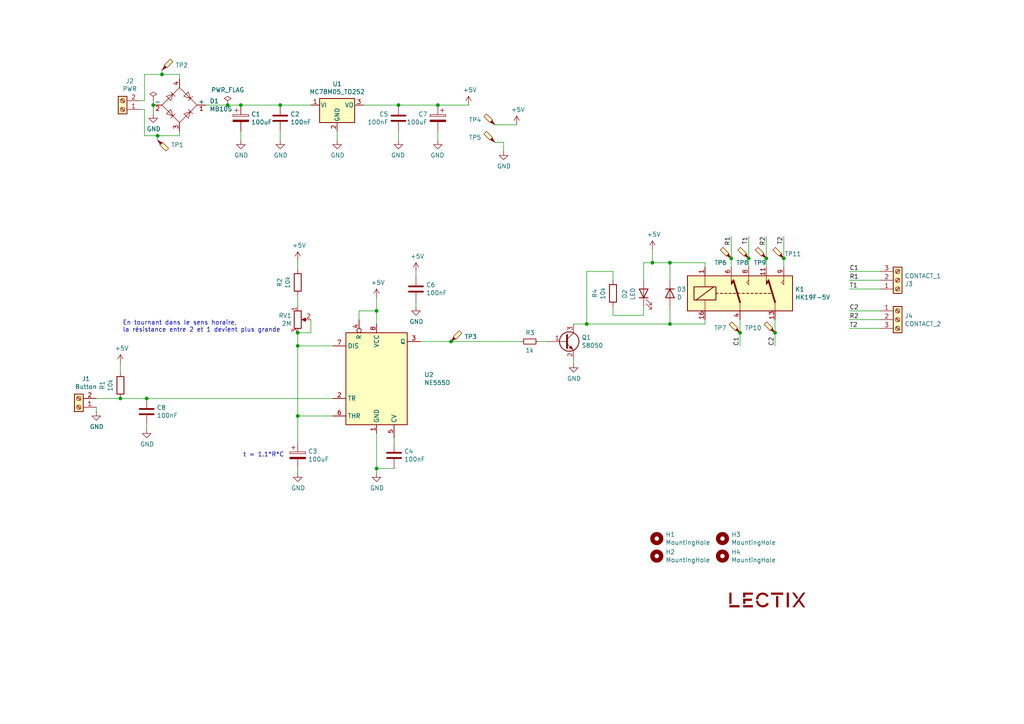
<source format=kicad_sch>
(kicad_sch (version 20211123) (generator eeschema)
  (paper "A4")
  (title_block (title "LEC011001-Relais-Temporise-3min30") (date "2023-03-26") (rev "1.0") (company "LECTIX") (comment 1 "CERN-OHL-S-2.0 license"))
  (lib_symbols
    (symbol "0_connectors:Screw_Terminal_01x02_blue" (pin_names (offset 1.016) hide)
      (property "Reference" "J" (at 0 2.54 0))
      (property "Value" "0_connectors_Screw_Terminal_01x02_blue" (at 0 -5.08 0))
      (symbol "Screw_Terminal_01x02_blue_1_1"
        (rectangle (start -1.27 1.27) (end 1.27 -3.81) (stroke (width 0.254)) (fill (type background)))
        (circle (center 0 -2.54) (radius 0.635) (stroke (width 0.1524)))
        (polyline (pts (xy -0.5334 -2.2098) (xy 0.3302 -3.048)) (stroke (width 0.1524)))
        (polyline (pts (xy -0.5334 0.3302) (xy 0.3302 -0.508)) (stroke (width 0.1524)))
        (polyline (pts (xy -0.3556 -2.032) (xy 0.508 -2.8702)) (stroke (width 0.1524)))
        (polyline (pts (xy -0.3556 0.508) (xy 0.508 -0.3302)) (stroke (width 0.1524)))
        (circle (center 0 0) (radius 0.635) (stroke (width 0.1524)))
        (pin passive line (at -5.08 0 0) (length 3.81) (name "Pin_1") (number "1"))
        (pin passive line (at -5.08 -2.54 0) (length 3.81) (name "Pin_2") (number "2"))
      )
    )
    (symbol "0_connectors:Screw_Terminal_01x02_green" (pin_names (offset 1.016) hide)
      (property "Reference" "J" (at 0 2.54 0))
      (property "Value" "0_connectors_Screw_Terminal_01x02_green" (at 0 -5.08 0))
      (symbol "Screw_Terminal_01x02_green_1_1"
        (rectangle (start -1.27 1.27) (end 1.27 -3.81) (stroke (width 0.254)) (fill (type background)))
        (circle (center 0 -2.54) (radius 0.635) (stroke (width 0.1524)))
        (polyline (pts (xy -0.5334 -2.2098) (xy 0.3302 -3.048)) (stroke (width 0.1524)))
        (polyline (pts (xy -0.5334 0.3302) (xy 0.3302 -0.508)) (stroke (width 0.1524)))
        (polyline (pts (xy -0.3556 -2.032) (xy 0.508 -2.8702)) (stroke (width 0.1524)))
        (polyline (pts (xy -0.3556 0.508) (xy 0.508 -0.3302)) (stroke (width 0.1524)))
        (circle (center 0 0) (radius 0.635) (stroke (width 0.1524)))
        (pin passive line (at -5.08 0 0) (length 3.81) (name "Pin_1") (number "1"))
        (pin passive line (at -5.08 -2.54 0) (length 3.81) (name "Pin_2") (number "2"))
      )
    )
    (symbol "0_connectors:Screw_Terminal_01x03_blue" (pin_names (offset 1.016) hide)
      (property "Reference" "J" (at 0 5.08 0))
      (property "Value" "0_connectors_Screw_Terminal_01x03_blue" (at 0 -5.08 0))
      (symbol "Screw_Terminal_01x03_blue_1_1"
        (rectangle (start -1.27 3.81) (end 1.27 -3.81) (stroke (width 0.254)) (fill (type background)))
        (circle (center 0 -2.54) (radius 0.635) (stroke (width 0.1524)))
        (polyline (pts (xy -0.5334 -2.2098) (xy 0.3302 -3.048)) (stroke (width 0.1524)))
        (polyline (pts (xy -0.5334 0.3302) (xy 0.3302 -0.508)) (stroke (width 0.1524)))
        (polyline (pts (xy -0.5334 2.8702) (xy 0.3302 2.032)) (stroke (width 0.1524)))
        (polyline (pts (xy -0.3556 -2.032) (xy 0.508 -2.8702)) (stroke (width 0.1524)))
        (polyline (pts (xy -0.3556 0.508) (xy 0.508 -0.3302)) (stroke (width 0.1524)))
        (polyline (pts (xy -0.3556 3.048) (xy 0.508 2.2098)) (stroke (width 0.1524)))
        (circle (center 0 0) (radius 0.635) (stroke (width 0.1524)))
        (circle (center 0 2.54) (radius 0.635) (stroke (width 0.1524)))
        (pin passive line (at -5.08 2.54 0) (length 3.81) (name "Pin_1") (number "1"))
        (pin passive line (at -5.08 0 0) (length 3.81) (name "Pin_2") (number "2"))
        (pin passive line (at -5.08 -2.54 0) (length 3.81) (name "Pin_3") (number "3"))
      )
    )
    (symbol "0_diode_bridge:MB10S" (pin_names (offset 0))
      (property "Reference" "D" (at 2.54 6.985 0))
      (property "Value" "0_diode_bridge_MB10S" (at 2.54 5.08 0))
      (property "LCSC" "C2488" (at 0 0 0))
      (property "Mfr" "MDD" (at 0 0 0))
      (property "MPN" "MB10S" (at 0 0 0))
      (property "Supplier" "LCSC" (at 0 0 0))
      (symbol "MB10S_0_1"
        (polyline (pts (xy -2.54 3.81) (xy -1.27 2.54)))
        (polyline (pts (xy -1.27 -2.54) (xy -2.54 -3.81)))
        (polyline (pts (xy 2.54 -1.27) (xy 3.81 -2.54)))
        (polyline (pts (xy 2.54 1.27) (xy 3.81 2.54)))
        (polyline (pts (xy -3.81 2.54) (xy -2.54 1.27) (xy -1.905 3.175) (xy -3.81 2.54)))
        (polyline (pts (xy -2.54 -1.27) (xy -3.81 -2.54) (xy -1.905 -3.175) (xy -2.54 -1.27)))
        (polyline (pts (xy 1.27 2.54) (xy 2.54 3.81) (xy 3.175 1.905) (xy 1.27 2.54)))
        (polyline (pts (xy 3.175 -1.905) (xy 1.27 -2.54) (xy 2.54 -3.81) (xy 3.175 -1.905)))
        (polyline (pts (xy -5.08 0) (xy 0 -5.08) (xy 5.08 0) (xy 0 5.08) (xy -5.08 0)))
      )
      (symbol "MB10S_1_1"
        (pin passive line (at 7.62 0 180) (length 2.54) (name "+") (number "1"))
        (pin passive line (at -7.62 0 0) (length 2.54) (name "-") (number "2"))
        (pin passive line (at 0 -7.62 90) (length 2.54) (name "~") (number "3"))
        (pin passive line (at 0 7.62 270) (length 2.54) (name "~") (number "4"))
      )
    )
    (symbol "0_ic:NE555D"
      (property "Reference" "U" (at -8.89 -15.24 0))
      (property "Value" "0_ic_NE555D" (at -3.81 0 0))
      (symbol "NE555D_0_0"
        (pin power_in line (at 0 -16.51 90) (length 2.54) (name "GND") (number "1"))
        (pin power_in line (at 0 15.24 270) (length 2.54) (name "VCC") (number "8"))
      )
      (symbol "NE555D_0_1"
        (rectangle (start -8.89 -13.97) (end 8.89 12.7) (stroke (width 0.254)) (fill (type background)))
      )
      (symbol "NE555D_1_1"
        (pin input line (at -12.7 -6.35 0) (length 3.81) (name "TR") (number "2"))
        (pin output line (at 12.7 10.16 180) (length 3.81) (name "Q") (number "3"))
        (pin input inverted (at -5.08 16.51 270) (length 3.81) (name "R") (number "4"))
        (pin input line (at 5.08 -17.78 90) (length 3.81) (name "CV") (number "5"))
        (pin input line (at -12.7 -11.43 0) (length 3.81) (name "THR") (number "6"))
        (pin input line (at -12.7 8.89 0) (length 3.81) (name "DIS") (number "7"))
      )
    )
    (symbol "0_logos:logo_lectix_25mm" (pin_names (offset 1.016))
      (symbol "logo_lectix_25mm_0_0"
        (polyline (pts (xy -10.1092 2.0574) (xy -10.668 2.0574) (xy -10.668 -1.1176) (xy -10.1092 -1.1176) (xy -10.1092 2.0574)) (stroke (width 0.0254)) (fill (type outline)))
        (polyline (pts (xy -7.7978 -1.5748) (xy -10.668 -1.5748) (xy -10.668 -2.1336) (xy -7.7978 -2.1336) (xy -7.7978 -1.5748)) (stroke (width 0.0254)) (fill (type outline)))
        (polyline (pts (xy -3.937 -1.5748) (xy -6.6548 -1.5748) (xy -6.6548 -2.1336) (xy -3.937 -2.1336) (xy -3.937 -1.5748)) (stroke (width 0.0254)) (fill (type outline)))
        (polyline (pts (xy 3.429 1.0922) (xy 2.8702 1.0922) (xy 2.8702 -2.1082) (xy 3.429 -2.1082) (xy 3.429 1.0922)) (stroke (width 0.0254)) (fill (type outline)))
        (polyline (pts (xy 4.8768 2.0828) (xy 1.4478 2.0828) (xy 1.4478 1.524) (xy 4.8768 1.524) (xy 4.8768 2.0828)) (stroke (width 0.0254)) (fill (type outline)))
        (polyline (pts (xy 6.5278 2.0828) (xy 5.9944 2.0828) (xy 5.9944 -2.1082) (xy 6.5278 -2.1082) (xy 6.5278 2.0828)) (stroke (width 0.0254)) (fill (type outline)))
        (polyline (pts (xy -6.1214 -0.254) (xy -4.2164 -0.254) (xy -4.2164 0.3048) (xy -6.6548 0.3048) (xy -6.6548 -1.1176) (xy -6.1214 -1.1176) (xy -6.1214 -0.254)) (stroke (width 0.0254)) (fill (type outline)))
        (polyline (pts (xy -6.1214 1.5494) (xy -3.937 1.5494) (xy -3.937 2.0828) (xy -6.6802 2.0828) (xy -6.6802 0.762) (xy -6.1214 0.762) (xy -6.1214 1.5494)) (stroke (width 0.0254)) (fill (type outline)))
        (polyline (pts (xy 8.9916 0.381) (xy 9.017 0.4318) (xy 9.0424 0.4572) (xy 9.0678 0.508) (xy 9.0932 0.5334) (xy 9.1186 0.5842) (xy 9.144 0.6096) (xy 9.144 0.635) (xy 9.1694 0.635) (xy 9.1694 0.6604) (xy 9.1186 0.7112) (xy 9.0678 0.8128) (xy 9.017 0.8636) (xy 8.9916 0.9144) (xy 8.9408 0.9906) (xy 8.89 1.0414) (xy 8.8392 1.1176) (xy 8.763 1.1938) (xy 8.7122 1.2954) (xy 8.6614 1.3716) (xy 8.128 2.0828) (xy 7.5692 2.0828) (xy 7.5692 2.0574) (xy 7.5946 2.0574) (xy 7.5946 2.032) (xy 7.6454 1.9812) (xy 7.6708 1.9304) (xy 7.7216 1.8796) (xy 7.747 1.8034) (xy 7.7978 1.7526) (xy 7.8994 1.6002) (xy 7.9756 1.524) (xy 8.0264 1.4478) (xy 8.1026 1.3462) (xy 8.1534 1.2446) (xy 8.2296 1.1684) (xy 8.255 1.1176) (xy 8.3312 1.0414) (xy 8.382 0.9398) (xy 8.4582 0.8636) (xy 8.509 0.762) (xy 8.5598 0.6858) (xy 8.6868 0.5588) (xy 8.7122 0.4826) (xy 8.763 0.4318) (xy 8.7884 0.381) (xy 8.8392 0.3556) (xy 8.8646 0.3048) (xy 8.8646 0.2794) (xy 8.89 0.2794) (xy 8.9916 0.381)) (stroke (width 0.0254)) (fill (type outline)))
        (polyline (pts (xy -2.3622 0.2794) (xy -2.3368 0.381) (xy -2.3368 0.508) (xy -2.3114 0.6096) (xy -2.286 0.6858) (xy -2.2352 0.8128) (xy -2.1844 0.9144) (xy -2.032 1.1176) (xy -1.9304 1.1938) (xy -1.8542 1.2954) (xy -1.7526 1.3462) (xy -1.6256 1.4224) (xy -1.524 1.4732) (xy -1.397 1.524) (xy -1.27 1.5494) (xy -0.8636 1.5494) (xy -0.762 1.524) (xy -0.635 1.4986) (xy -0.5334 1.4478) (xy -0.4064 1.397) (xy -0.3048 1.3462) (xy -0.2032 1.27) (xy -0.0508 1.1176) (xy 0.0508 0.9652) (xy 0.1016 0.9144) (xy 0.1016 0.889) (xy 0.127 0.8636) (xy 0.1778 0.8636) (xy 0.2286 0.9144) (xy 0.2794 0.9398) (xy 0.3048 0.9652) (xy 0.4064 1.016) (xy 0.4318 1.0414) (xy 0.4826 1.0668) (xy 0.5334 1.1176) (xy 0.5588 1.1176) (xy 0.5842 1.143) (xy 0.5842 1.1684) (xy 0.5588 1.1938) (xy 0.5588 1.2192) (xy 0.5334 1.2192) (xy 0.4572 1.3462) (xy 0.3556 1.4478) (xy 0.254 1.5748) (xy 0.1524 1.6764) (xy -0.2286 1.905) (xy -0.5334 2.0066) (xy -0.6604 2.0574) (xy -0.8128 2.0828) (xy -1.27 2.0828) (xy -1.3208 2.0574) (xy -1.4478 2.032) (xy -1.6002 2.0066) (xy -1.7272 1.9558) (xy -1.8034 1.9304) (xy -1.9558 1.8542) (xy -2.0828 1.778) (xy -2.1844 1.7018) (xy -2.3114 1.6002) (xy -2.413 1.4986) (xy -2.5146 1.3716) (xy -2.5908 1.27) (xy -2.7432 1.016) (xy -2.794 0.8636) (xy -2.8448 0.7366) (xy -2.8702 0.5842) (xy -2.8956 0.4572) (xy -2.8956 0.3048) (xy -2.921 0.1778) (xy -2.3622 0.1778) (xy -2.3622 0.2794)) (stroke (width 0.0254)) (fill (type outline)))
        (polyline (pts (xy -0.8636 -2.1082) (xy -0.6604 -2.1082) (xy -0.6096 -2.0828) (xy -0.4826 -2.0574) (xy -0.1778 -1.9558) (xy 0.0762 -1.8034) (xy 0.2032 -1.7018) (xy 0.3048 -1.6002) (xy 0.4318 -1.4986) (xy 0.5334 -1.3716) (xy 0.6096 -1.2446) (xy 0.635 -1.1938) (xy 0.6858 -1.143) (xy 0.6604 -1.1176) (xy 0.635 -1.1176) (xy 0.6096 -1.0922) (xy 0.5842 -1.0922) (xy 0.5588 -1.0668) (xy 0.3556 -0.9652) (xy 0.3302 -0.9398) (xy 0.2794 -0.9398) (xy 0.254 -0.9144) (xy 0.2032 -0.889) (xy 0.1778 -0.889) (xy 0.1778 -0.8636) (xy 0.1524 -0.889) (xy 0.1524 -0.9144) (xy 0.127 -0.9652) (xy -0.0254 -1.1684) (xy -0.3302 -1.397) (xy -0.4318 -1.4478) (xy -0.6858 -1.5494) (xy -0.7874 -1.5748) (xy -0.8382 -1.5748) (xy -0.9144 -1.6002) (xy -1.1684 -1.6002) (xy -1.27 -1.5748) (xy -1.397 -1.5494) (xy -1.651 -1.4478) (xy -1.7526 -1.3716) (xy -1.8542 -1.3208) (xy -1.8542 -1.2954) (xy -1.9558 -1.2192) (xy -2.0574 -1.1176) (xy -2.1336 -1.016) (xy -2.1844 -0.9144) (xy -2.2606 -0.8128) (xy -2.286 -0.6858) (xy -2.3368 -0.5588) (xy -2.3622 -0.4572) (xy -2.3622 -0.254) (xy -2.921 -0.254) (xy -2.921 -0.4318) (xy -2.8956 -0.4572) (xy -2.8956 -0.6096) (xy -2.8448 -0.762) (xy -2.794 -0.889) (xy -2.7432 -1.0414) (xy -2.5908 -1.2954) (xy -2.3876 -1.5494) (xy -2.3368 -1.5748) (xy -2.286 -1.651) (xy -2.2098 -1.7018) (xy -2.159 -1.7526) (xy -2.0828 -1.8034) (xy -2.0574 -1.8034) (xy -1.8034 -1.9558) (xy -1.651 -2.0066) (xy -1.524 -2.0574) (xy -1.3716 -2.0828) (xy -1.2446 -2.1082) (xy -1.1938 -2.1082) (xy -1.1684 -2.1336) (xy -0.9144 -2.1336) (xy -0.8636 -2.1082)) (stroke (width 0.0254)) (fill (type outline)))
        (polyline (pts (xy 11.2014 -2.0574) (xy 11.1506 -2.0066) (xy 11.1252 -1.9558) (xy 11.0236 -1.8542) (xy 10.8204 -1.5494) (xy 10.7442 -1.4478) (xy 10.6934 -1.3716) (xy 10.4648 -1.0668) (xy 10.4394 -1.016) (xy 10.287 -0.8128) (xy 10.2362 -0.7366) (xy 10.16 -0.635) (xy 10.1092 -0.5588) (xy 10.033 -0.4826) (xy 9.8806 -0.254) (xy 9.8552 -0.2032) (xy 9.8044 -0.1524) (xy 9.779 -0.1016) (xy 9.7536 -0.0762) (xy 9.7536 -0.0508) (xy 9.7282 -0.0508) (xy 9.7282 -0.0254) (xy 9.779 0.0254) (xy 9.8044 0.0762) (xy 9.8298 0.1016) (xy 9.8806 0.1778) (xy 9.906 0.2286) (xy 9.9568 0.3048) (xy 10.033 0.381) (xy 10.1346 0.5334) (xy 10.2108 0.6096) (xy 10.2616 0.7112) (xy 10.4902 1.016) (xy 11.2522 2.0574) (xy 10.668 2.0574) (xy 10.668 2.032) (xy 10.6426 2.0066) (xy 10.5918 1.905) (xy 10.4902 1.8034) (xy 10.3886 1.651) (xy 10.3124 1.5748) (xy 10.2616 1.4732) (xy 10.033 1.1684) (xy 9.9314 1.0414) (xy 9.8552 0.9398) (xy 9.7536 0.8128) (xy 9.6774 0.6858) (xy 9.5758 0.5334) (xy 9.4742 0.4064) (xy 9.3726 0.254) (xy 9.271 0.127) (xy 9.1694 -0.0254) (xy 7.6454 -2.0828) (xy 8.2296 -2.0828) (xy 8.255 -2.0574) (xy 8.255 -2.032) (xy 8.3058 -1.9812) (xy 8.3312 -1.9304) (xy 8.382 -1.8796) (xy 8.4074 -1.8288) (xy 8.5598 -1.6002) (xy 8.636 -1.524) (xy 8.6868 -1.4478) (xy 8.763 -1.3462) (xy 8.8392 -1.27) (xy 8.89 -1.1938) (xy 8.9408 -1.0922) (xy 9.017 -1.016) (xy 9.2202 -0.7112) (xy 9.3218 -0.6096) (xy 9.3726 -0.508) (xy 9.4234 -0.4572) (xy 9.4234 -0.4318) (xy 9.4488 -0.4318) (xy 9.4488 -0.4572) (xy 9.525 -0.5334) (xy 9.5504 -0.5842) (xy 9.6012 -0.635) (xy 9.6266 -0.7112) (xy 9.6774 -0.762) (xy 9.779 -0.9144) (xy 9.8552 -0.9906) (xy 9.906 -1.0922) (xy 9.9822 -1.1684) (xy 10.033 -1.27) (xy 10.6426 -2.1082) (xy 11.2014 -2.1082) (xy 11.2014 -2.0574)) (stroke (width 0.0254)) (fill (type outline)))
      )
    )
    (symbol "0_potentiometer:pot_tht_precision_2M" (pin_names (offset 1.016) hide)
      (property "Reference" "RV" (at -4.445 0 90))
      (property "Value" "0_potentiometer_pot_tht_precision_2M" (at -2.54 0 90))
      (symbol "pot_tht_precision_2M_0_1"
        (polyline (pts (xy 2.54 0) (xy 1.524 0)))
        (polyline (pts (xy 1.143 0) (xy 2.286 0.508) (xy 2.286 -0.508) (xy 1.143 0)) (fill (type outline)))
        (rectangle (start 1.016 2.54) (end -1.016 -2.54) (stroke (width 0.254)))
      )
      (symbol "pot_tht_precision_2M_1_1"
        (pin passive line (at 0 3.81 270) (length 1.27) (name "1") (number "1"))
        (pin passive line (at 3.81 0 180) (length 1.27) (name "2") (number "2"))
        (pin passive line (at 0 -3.81 90) (length 1.27) (name "3") (number "3"))
      )
    )
    (symbol "0_relays:HK19F-5V" (pin_names (offset 1.016))
      (property "Reference" "K" (at 16.51 3.81 0))
      (property "Value" "0_relays_HK19F-5V" (at 16.51 1.27 0))
      (symbol "HK19F-5V_0_1"
        (rectangle (start -15.24 5.08) (end 15.24 -5.08) (stroke (width 0.254)) (fill (type background)))
        (rectangle (start -13.335 1.905) (end -6.985 -1.905) (stroke (width 0.254)))
        (polyline (pts (xy -12.7 -1.905) (xy -7.62 1.905)) (stroke (width 0.254)))
        (polyline (pts (xy -10.16 -5.08) (xy -10.16 -1.905)))
        (polyline (pts (xy -10.16 5.08) (xy -10.16 1.905)))
        (polyline (pts (xy -6.985 0) (xy -6.35 0)) (stroke (width 0.254)))
        (polyline (pts (xy -5.715 0) (xy -5.08 0)) (stroke (width 0.254)))
        (polyline (pts (xy -4.445 0) (xy -3.81 0)) (stroke (width 0.254)))
        (polyline (pts (xy -3.175 0) (xy -2.54 0)) (stroke (width 0.254)))
        (polyline (pts (xy -2.54 2.54) (xy -2.54 5.08)))
        (polyline (pts (xy -1.905 0) (xy -1.27 0)) (stroke (width 0.254)))
        (polyline (pts (xy -0.635 0) (xy 0 0)) (stroke (width 0.254)))
        (polyline (pts (xy 0 -2.54) (xy -1.905 3.81)) (stroke (width 0.508)))
        (polyline (pts (xy 0 -2.54) (xy 0 -5.08)))
        (polyline (pts (xy 0.635 0) (xy 1.27 0)) (stroke (width 0.254)))
        (polyline (pts (xy 1.905 0) (xy 2.54 0)) (stroke (width 0.254)))
        (polyline (pts (xy 2.54 2.54) (xy 2.54 5.08)))
        (polyline (pts (xy 3.175 0) (xy 3.81 0)) (stroke (width 0.254)))
        (polyline (pts (xy 4.445 0) (xy 5.08 0)) (stroke (width 0.254)))
        (polyline (pts (xy 5.715 0) (xy 6.35 0)) (stroke (width 0.254)))
        (polyline (pts (xy 6.985 0) (xy 7.62 0)) (stroke (width 0.254)))
        (polyline (pts (xy 7.62 2.54) (xy 7.62 5.08)))
        (polyline (pts (xy 8.255 0) (xy 8.89 0)) (stroke (width 0.254)))
        (polyline (pts (xy 10.16 -2.54) (xy 8.255 3.81)) (stroke (width 0.508)))
        (polyline (pts (xy 10.16 -2.54) (xy 10.16 -5.08)))
        (polyline (pts (xy 12.7 2.54) (xy 12.7 5.08)))
        (polyline (pts (xy -2.54 2.54) (xy -1.905 3.175) (xy -2.54 3.81)) (fill (type outline)))
        (polyline (pts (xy 2.54 2.54) (xy 1.905 3.175) (xy 2.54 3.81)))
        (polyline (pts (xy 7.62 2.54) (xy 8.255 3.175) (xy 7.62 3.81)) (fill (type outline)))
        (polyline (pts (xy 12.7 2.54) (xy 12.065 3.175) (xy 12.7 3.81)))
      )
      (symbol "HK19F-5V_1_1"
        (pin passive line (at -10.16 7.62 270) (length 2.54) (name "~") (number "1"))
        (pin passive line (at 7.62 7.62 270) (length 2.54) (name "~") (number "11"))
        (pin passive line (at 10.16 -7.62 90) (length 2.54) (name "~") (number "13"))
        (pin passive line (at -10.16 -7.62 90) (length 2.54) (name "~") (number "16"))
        (pin passive line (at 0 -7.62 90) (length 2.54) (name "~") (number "4"))
        (pin passive line (at -2.54 7.62 270) (length 2.54) (name "~") (number "6"))
        (pin passive line (at 2.54 7.62 270) (length 2.54) (name "~") (number "8"))
        (pin passive line (at 12.7 7.62 270) (length 2.54) (name "~") (number "9"))
      )
    )
    (symbol "Connector:TestPoint_Probe" (pin_numbers hide) (pin_names (offset 0.762) hide)
      (property "Reference" "TP" (at 1.651 5.842 0))
      (property "Value" "TestPoint_Probe" (at 1.651 4.064 0))
      (symbol "TestPoint_Probe_0_1"
        (polyline (pts (xy 1.27 0.762) (xy 0 0) (xy 0.762 1.27) (xy 1.27 0.762)) (fill (type outline)))
        (polyline (pts (xy 1.397 0.635) (xy 0.635 1.397) (xy 2.413 3.175) (xy 3.175 2.413) (xy 1.397 0.635)) (fill (type background)))
      )
      (symbol "TestPoint_Probe_1_1"
        (pin passive line (at 0 0 90) (length 0) (name "1") (number "1"))
      )
    )
    (symbol "Device:C" (pin_numbers hide) (pin_names (offset 0.254))
      (property "Reference" "C" (at 0.635 2.54 0))
      (property "Value" "C" (at 0.635 -2.54 0))
      (symbol "C_0_1"
        (polyline (pts (xy -2.032 -0.762) (xy 2.032 -0.762)) (stroke (width 0.508)))
        (polyline (pts (xy -2.032 0.762) (xy 2.032 0.762)) (stroke (width 0.508)))
      )
      (symbol "C_1_1"
        (pin passive line (at 0 3.81 270) (length 2.794) (name "~") (number "1"))
        (pin passive line (at 0 -3.81 90) (length 2.794) (name "~") (number "2"))
      )
    )
    (symbol "Device:CP" (pin_numbers hide) (pin_names (offset 0.254))
      (property "Reference" "C" (at 0.635 2.54 0))
      (property "Value" "Device_CP" (at 0.635 -2.54 0))
      (symbol "CP_0_1"
        (rectangle (start -2.286 0.508) (end 2.286 1.016))
        (polyline (pts (xy -1.778 2.286) (xy -0.762 2.286)))
        (polyline (pts (xy -1.27 2.794) (xy -1.27 1.778)))
        (rectangle (start 2.286 -0.508) (end -2.286 -1.016) (fill (type outline)))
      )
      (symbol "CP_1_1"
        (pin passive line (at 0 3.81 270) (length 2.794) (name "~") (number "1"))
        (pin passive line (at 0 -3.81 90) (length 2.794) (name "~") (number "2"))
      )
    )
    (symbol "Device:D" (pin_numbers hide) (pin_names (offset 1.016) hide)
      (property "Reference" "D" (at 0 2.54 0))
      (property "Value" "D" (at 0 -2.54 0))
      (symbol "D_0_1"
        (polyline (pts (xy -1.27 1.27) (xy -1.27 -1.27)) (stroke (width 0.254)))
        (polyline (pts (xy 1.27 0) (xy -1.27 0)))
        (polyline (pts (xy 1.27 1.27) (xy 1.27 -1.27) (xy -1.27 0) (xy 1.27 1.27)) (stroke (width 0.254)))
      )
      (symbol "D_1_1"
        (pin passive line (at -3.81 0 0) (length 2.54) (name "K") (number "1"))
        (pin passive line (at 3.81 0 180) (length 2.54) (name "A") (number "2"))
      )
    )
    (symbol "Device:LED" (pin_numbers hide) (pin_names (offset 1.016) hide)
      (property "Reference" "D" (at 0 2.54 0))
      (property "Value" "LED" (at 0 -2.54 0))
      (symbol "LED_0_1"
        (polyline (pts (xy -1.27 -1.27) (xy -1.27 1.27)) (stroke (width 0.254)))
        (polyline (pts (xy -1.27 0) (xy 1.27 0)))
        (polyline (pts (xy 1.27 -1.27) (xy 1.27 1.27) (xy -1.27 0) (xy 1.27 -1.27)) (stroke (width 0.254)))
        (polyline (pts (xy -3.048 -0.762) (xy -4.572 -2.286) (xy -3.81 -2.286) (xy -4.572 -2.286) (xy -4.572 -1.524)))
        (polyline (pts (xy -1.778 -0.762) (xy -3.302 -2.286) (xy -2.54 -2.286) (xy -3.302 -2.286) (xy -3.302 -1.524)))
      )
      (symbol "LED_1_1"
        (pin passive line (at -3.81 0 0) (length 2.54) (name "K") (number "1"))
        (pin passive line (at 3.81 0 180) (length 2.54) (name "A") (number "2"))
      )
    )
    (symbol "Device:R" (pin_numbers hide) (pin_names (offset 0))
      (property "Reference" "R" (at 2.032 0 90))
      (property "Value" "R" (at 0 0 90))
      (symbol "R_0_1"
        (rectangle (start -1.016 -2.54) (end 1.016 2.54) (stroke (width 0.254)))
      )
      (symbol "R_1_1"
        (pin passive line (at 0 3.81 270) (length 1.27) (name "~") (number "1"))
        (pin passive line (at 0 -3.81 90) (length 1.27) (name "~") (number "2"))
      )
    )
    (symbol "Device:R_Small" (pin_numbers hide) (pin_names (offset 0.254) hide)
      (property "Reference" "R" (at 0.762 0.508 0))
      (property "Value" "R_Small" (at 0.762 -1.016 0))
      (symbol "R_Small_0_1"
        (rectangle (start -0.762 1.778) (end 0.762 -1.778) (stroke (width 0.2032)))
      )
      (symbol "R_Small_1_1"
        (pin passive line (at 0 2.54 270) (length 0.762) (name "~") (number "1"))
        (pin passive line (at 0 -2.54 90) (length 0.762) (name "~") (number "2"))
      )
    )
    (symbol "Mechanical:MountingHole" (pin_names (offset 1.016))
      (property "Reference" "H" (at 0 5.08 0))
      (property "Value" "MountingHole" (at 0 3.175 0))
      (symbol "MountingHole_0_1"
        (circle (center 0 0) (radius 1.27) (stroke (width 1.27)))
      )
    )
    (symbol "Regulator_Linear:MC78M05_TO252" (pin_names (offset 0.254))
      (property "Reference" "U" (at -3.81 3.175 0))
      (property "Value" "MC78M05_TO252" (at 0 3.175 0))
      (symbol "MC78M05_TO252_0_1"
        (rectangle (start -5.08 1.905) (end 5.08 -5.08) (stroke (width 0.254)) (fill (type background)))
      )
      (symbol "MC78M05_TO252_1_1"
        (pin power_in line (at -7.62 0 0) (length 2.54) (name "VI") (number "1"))
        (pin power_in line (at 0 -7.62 90) (length 2.54) (name "GND") (number "2"))
        (pin power_out line (at 7.62 0 180) (length 2.54) (name "VO") (number "3"))
      )
    )
    (symbol "Transistor_BJT:BC817" (pin_names (offset 0) hide)
      (property "Reference" "Q" (at 5.08 1.905 0))
      (property "Value" "BC817" (at 5.08 0 0))
      (symbol "BC817_0_1"
        (polyline (pts (xy 0.635 0.635) (xy 2.54 2.54)))
        (polyline (pts (xy 0.635 -0.635) (xy 2.54 -2.54) (xy 2.54 -2.54)))
        (polyline (pts (xy 0.635 1.905) (xy 0.635 -1.905) (xy 0.635 -1.905)) (stroke (width 0.508)))
        (polyline (pts (xy 1.27 -1.778) (xy 1.778 -1.27) (xy 2.286 -2.286) (xy 1.27 -1.778) (xy 1.27 -1.778)) (fill (type outline)))
        (circle (center 1.27 0) (radius 2.8194) (stroke (width 0.254)))
      )
      (symbol "BC817_1_1"
        (pin input line (at -5.08 0 0) (length 5.715) (name "B") (number "1"))
        (pin passive line (at 2.54 -5.08 90) (length 2.54) (name "E") (number "2"))
        (pin passive line (at 2.54 5.08 270) (length 2.54) (name "C") (number "3"))
      )
    )
    (symbol "power:+5V" (power) (pin_names (offset 0))
      (property "Value" "+5V" (at 0 3.556 0))
      (symbol "+5V_0_1"
        (polyline (pts (xy -0.762 1.27) (xy 0 2.54)))
        (polyline (pts (xy 0 0) (xy 0 2.54)))
        (polyline (pts (xy 0 2.54) (xy 0.762 1.27)))
      )
      (symbol "+5V_1_1"
        (pin power_in line (at 0 0 90) (length 0) hide (name "+5V") (number "1"))
      )
    )
    (symbol "power:GND" (power) (pin_names (offset 0))
      (property "Value" "GND" (at 0 -3.81 0))
      (symbol "GND_0_1"
        (polyline (pts (xy 0 0) (xy 0 -1.27) (xy 1.27 -1.27) (xy 0 -2.54) (xy -1.27 -1.27) (xy 0 -1.27)))
      )
      (symbol "GND_1_1"
        (pin power_in line (at 0 0 270) (length 0) hide (name "GND") (number "1"))
      )
    )
    (symbol "power:PWR_FLAG" (power) (pin_numbers hide) (pin_names (offset 0) hide)
      (property "Value" "PWR_FLAG" (at 0 3.81 0))
      (symbol "PWR_FLAG_0_0"
        (pin power_out line (at 0 0 90) (length 0) (name "pwr") (number "1"))
      )
      (symbol "PWR_FLAG_0_1"
        (polyline (pts (xy 0 0) (xy 0 1.27) (xy -1.016 1.905) (xy 0 2.54) (xy 1.016 1.905) (xy 0 1.27)))
      )
    )
  )
  (junction (at 212.09 74.93))
  (junction (at 86.36 96.52))
  (junction (at 42.545 115.57))
  (junction (at 214.63 96.52))
  (junction (at 46.99 21.59))
  (junction (at 194.31 93.98))
  (junction (at 115.57 30.48))
  (junction (at 69.85 30.48))
  (junction (at 86.36 120.65))
  (junction (at 86.36 100.33))
  (junction (at 227.33 74.93))
  (junction (at 44.45 30.48))
  (junction (at 34.925 115.57))
  (junction (at 109.22 90.17))
  (junction (at 224.79 96.52))
  (junction (at 189.23 76.2))
  (junction (at 109.22 135.89))
  (junction (at 170.18 93.98))
  (junction (at 45.72 39.37))
  (junction (at 81.28 30.48))
  (junction (at 194.31 76.2))
  (junction (at 66.04 30.48))
  (junction (at 130.81 99.06))
  (junction (at 222.25 74.93))
  (junction (at 217.17 74.93))
  (junction (at 127 30.48))
  (wire (pts (xy 255.27 90.17) (xy 246.38 90.17)))
  (wire (pts (xy 255.27 83.82) (xy 246.38 83.82)))
  (wire (pts (xy 86.36 100.33) (xy 96.52 100.33)))
  (wire (pts (xy 170.18 93.98) (xy 194.31 93.98)))
  (wire (pts (xy 34.925 107.95) (xy 34.925 105.41)))
  (wire (pts (xy 52.07 21.59) (xy 46.99 21.59)))
  (wire (pts (xy 45.72 39.37) (xy 52.07 39.37)))
  (wire (pts (xy 41.91 21.59) (xy 41.91 29.21)))
  (wire (pts (xy 40.64 31.75) (xy 41.91 31.75)))
  (wire (pts (xy 34.925 115.57) (xy 42.545 115.57)))
  (wire (pts (xy 86.36 100.33) (xy 86.36 120.65)))
  (wire (pts (xy 115.57 38.1) (xy 115.57 40.64)))
  (wire (pts (xy 170.18 78.74) (xy 170.18 93.98)))
  (wire (pts (xy 109.22 86.36) (xy 109.22 90.17)))
  (wire (pts (xy 189.23 76.2) (xy 186.69 76.2)))
  (wire (pts (xy 255.27 92.71) (xy 246.38 92.71)))
  (wire (pts (xy 177.8 91.44) (xy 177.8 88.9)))
  (wire (pts (xy 127 38.1) (xy 127 40.64)))
  (wire (pts (xy 109.22 135.89) (xy 109.22 125.73)))
  (wire (pts (xy 90.17 30.48) (xy 81.28 30.48)))
  (wire (pts (xy 166.37 104.14) (xy 166.37 105.41)))
  (wire (pts (xy 143.51 36.195) (xy 149.86 36.195)))
  (wire (pts (xy 194.31 81.28) (xy 194.31 76.2)))
  (wire (pts (xy 41.91 39.37) (xy 45.72 39.37)))
  (wire (pts (xy 105.41 30.48) (xy 115.57 30.48)))
  (wire (pts (xy 177.8 81.28) (xy 177.8 78.74)))
  (wire (pts (xy 86.36 96.52) (xy 90.17 96.52)))
  (wire (pts (xy 214.63 92.71) (xy 214.63 96.52)))
  (wire (pts (xy 69.85 30.48) (xy 66.04 30.48)))
  (wire (pts (xy 227.33 77.47) (xy 227.33 74.93)))
  (wire (pts (xy 224.79 96.52) (xy 224.79 100.33)))
  (wire (pts (xy 45.72 40.64) (xy 45.72 39.37)))
  (wire (pts (xy 81.28 30.48) (xy 69.85 30.48)))
  (wire (pts (xy 46.99 21.59) (xy 46.99 20.32)))
  (wire (pts (xy 222.25 74.93) (xy 222.25 68.58)))
  (wire (pts (xy 69.85 38.1) (xy 69.85 40.64)))
  (wire (pts (xy 120.65 78.74) (xy 120.65 80.01)))
  (wire (pts (xy 224.79 92.71) (xy 224.79 96.52)))
  (wire (pts (xy 86.36 88.9) (xy 86.36 85.725)))
  (wire (pts (xy 46.99 21.59) (xy 41.91 21.59)))
  (wire (pts (xy 194.31 76.2) (xy 189.23 76.2)))
  (wire (pts (xy 114.3 135.89) (xy 109.22 135.89)))
  (wire (pts (xy 104.14 92.71) (xy 104.14 90.17)))
  (wire (pts (xy 86.36 78.105) (xy 86.36 75.565)))
  (wire (pts (xy 27.94 115.57) (xy 34.925 115.57)))
  (wire (pts (xy 86.36 120.65) (xy 96.52 120.65)))
  (wire (pts (xy 189.23 72.39) (xy 189.23 76.2)))
  (wire (pts (xy 217.17 74.93) (xy 217.17 68.58)))
  (wire (pts (xy 86.36 96.52) (xy 86.36 100.33)))
  (wire (pts (xy 86.36 128.27) (xy 86.36 120.65)))
  (wire (pts (xy 41.91 29.21) (xy 40.64 29.21)))
  (wire (pts (xy 212.09 74.93) (xy 212.09 68.58)))
  (wire (pts (xy 156.21 99.06) (xy 158.75 99.06)))
  (wire (pts (xy 204.47 76.2) (xy 194.31 76.2)))
  (wire (pts (xy 27.94 118.11) (xy 27.94 119.38)))
  (wire (pts (xy 222.25 77.47) (xy 222.25 74.93)))
  (wire (pts (xy 42.545 123.19) (xy 42.545 124.46)))
  (wire (pts (xy 109.22 135.89) (xy 109.22 137.16)))
  (wire (pts (xy 186.69 76.2) (xy 186.69 81.28)))
  (wire (pts (xy 44.45 30.48) (xy 44.45 33.02)))
  (wire (pts (xy 214.63 96.52) (xy 214.63 100.33)))
  (wire (pts (xy 52.07 22.86) (xy 52.07 21.59)))
  (wire (pts (xy 217.17 77.47) (xy 217.17 74.93)))
  (wire (pts (xy 204.47 93.98) (xy 204.47 92.71)))
  (wire (pts (xy 186.69 91.44) (xy 177.8 91.44)))
  (wire (pts (xy 146.05 43.815) (xy 146.05 41.275)))
  (wire (pts (xy 104.14 90.17) (xy 109.22 90.17)))
  (wire (pts (xy 255.27 95.25) (xy 246.38 95.25)))
  (wire (pts (xy 114.3 128.27) (xy 114.3 127)))
  (wire (pts (xy 52.07 39.37) (xy 52.07 38.1)))
  (wire (pts (xy 255.27 81.28) (xy 246.38 81.28)))
  (wire (pts (xy 227.33 74.93) (xy 227.33 68.58)))
  (wire (pts (xy 97.79 40.64) (xy 97.79 38.1)))
  (wire (pts (xy 186.69 88.9) (xy 186.69 91.44)))
  (wire (pts (xy 194.31 88.9) (xy 194.31 93.98)))
  (wire (pts (xy 177.8 78.74) (xy 170.18 78.74)))
  (wire (pts (xy 120.65 87.63) (xy 120.65 88.9)))
  (wire (pts (xy 109.22 90.17) (xy 109.22 93.98)))
  (wire (pts (xy 194.31 93.98) (xy 204.47 93.98)))
  (wire (pts (xy 66.04 30.48) (xy 59.69 30.48)))
  (wire (pts (xy 255.27 78.74) (xy 246.38 78.74)))
  (wire (pts (xy 81.28 38.1) (xy 81.28 40.64)))
  (wire (pts (xy 146.05 41.275) (xy 143.51 41.275)))
  (wire (pts (xy 130.81 99.06) (xy 151.13 99.06)))
  (wire (pts (xy 127 30.48) (xy 135.89 30.48)))
  (wire (pts (xy 115.57 30.48) (xy 127 30.48)))
  (wire (pts (xy 204.47 77.47) (xy 204.47 76.2)))
  (wire (pts (xy 86.36 135.89) (xy 86.36 137.16)))
  (wire (pts (xy 90.17 96.52) (xy 90.17 92.71)))
  (wire (pts (xy 212.09 77.47) (xy 212.09 74.93)))
  (wire (pts (xy 42.545 115.57) (xy 96.52 115.57)))
  (wire (pts (xy 41.91 31.75) (xy 41.91 39.37)))
  (wire (pts (xy 121.92 99.06) (xy 130.81 99.06)))
  (wire (pts (xy 166.37 93.98) (xy 170.18 93.98)))
  (wire (pts (xy 44.45 29.21) (xy 44.45 30.48)))
  (text "t = 1.1*R*C" (at 70.485 132.715 0) (effects (font (size 1.27 1.27)) (justify left bottom)))
  (text "En tournant dans le sens horaire, \nla résistance entre 2 et 1 devient plus grande" (at 35.56 96.52 0) (effects (font (size 1.27 1.27)) (justify left bottom)))
  (label "R2" (at 222.25 68.58 270))
  (label "R2" (at 246.38 92.71 0))
  (label "C1" (at 214.63 100.33 90))
  (label "R1" (at 212.09 68.58 270))
  (label "T2" (at 246.38 95.25 0))
  (label "T1" (at 246.38 83.82 0))
  (label "T2" (at 227.33 68.58 270))
  (label "C2" (at 246.38 90.17 0))
  (label "C1" (at 246.38 78.74 0))
  (label "C2" (at 224.79 100.33 90))
  (label "R1" (at 246.38 81.28 0))
  (label "T1" (at 217.17 68.58 270))
  (symbol (lib_id "power:GND") (at 120.65 88.9 0) (unit 1)
    (property "Reference" "#PWR013" (effects hide))
    (property "Value" "GND" (at 120.777 93.2942 0))
  )
  (symbol (lib_id "Device:C") (at 120.65 83.82 0) (unit 1)
    (property "Reference" "C6" (at 123.571 82.6516 0) (effects (justify left)))
    (property "Value" "100nF" (at 123.571 84.963 0) (effects (justify left)))
    (property "Footprint" "Capacitor_SMD:C_0603_1608Metric" (effects hide))
    (property "LCSC" "C14663" (effects hide))
    (property "Supplier" "LCSC" (effects hide))
    (property "MPN" "CC0603KRX7R9BB104" (effects hide))
    (property "Mfr" "YAGEO" (effects hide))
  )
  (symbol (lib_id "Mechanical:MountingHole") (at 190.5 156.21 0) (unit 1)
    (property "Reference" "H1" (at 193.04 155.0416 0) (effects (justify left)))
    (property "Value" "MountingHole" (at 193.04 157.353 0) (effects (justify left)))
    (property "Footprint" "0_mechanical:MountingHole_3.2mm_M3" (effects hide))
    (property "MPN" "DNP" (effects hide))
    (property "Mfr" "DNP" (effects hide))
    (property "Supplier" "DNP" (effects hide))
  )
  (symbol (lib_id "Mechanical:MountingHole") (at 190.5 161.29 0) (unit 1)
    (property "Reference" "H2" (at 193.04 160.1216 0) (effects (justify left)))
    (property "Value" "MountingHole" (at 193.04 162.433 0) (effects (justify left)))
    (property "Footprint" "0_mechanical:MountingHole_3.2mm_M3" (effects hide))
    (property "MPN" "DNP" (effects hide))
    (property "Mfr" "DNP" (effects hide))
    (property "Supplier" "DNP" (effects hide))
  )
  (symbol (lib_id "Mechanical:MountingHole") (at 209.55 156.21 0) (unit 1)
    (property "Reference" "H3" (at 212.09 155.0416 0) (effects (justify left)))
    (property "Value" "MountingHole" (at 212.09 157.353 0) (effects (justify left)))
    (property "Footprint" "0_mechanical:MountingHole_3.2mm_M3" (effects hide))
    (property "MPN" "DNP" (effects hide))
    (property "Mfr" "DNP" (effects hide))
    (property "Supplier" "DNP" (effects hide))
  )
  (symbol (lib_id "0_logos:logo_lectix_25mm") (at 222.25 173.99 0) (unit 1)
    (property "Reference" "LOGO1" (effects hide))
    (property "Value" "logo_lectix_25mm" (effects hide))
    (property "Footprint" "0_logos:Logo_10mm" (effects hide))
    (property "MPN" "DNP" (effects hide))
    (property "Mfr" "DNP" (effects hide))
    (property "Supplier" "DNP" (effects hide))
  )
  (symbol (lib_id "Connector:TestPoint_Probe") (at 46.99 20.32 0) (unit 1)
    (property "Reference" "TP2" (at 50.8762 18.923 0) (effects (justify left)))
    (property "Value" "TestPoint_Probe" (effects hide))
    (property "Footprint" "TestPoint:TestPoint_Pad_D1.5mm" (effects hide))
    (property "MPN" "DNP" (effects hide))
    (property "Mfr" "DNP" (effects hide))
    (property "Supplier" "DNP" (effects hide))
  )
  (symbol (lib_id "Connector:TestPoint_Probe") (at 45.72 40.64 0) (mirror x) (unit 1)
    (property "Reference" "TP1" (at 49.6062 42.037 0) (effects (justify left)))
    (property "Value" "TestPoint_Probe" (effects hide))
    (property "Footprint" "TestPoint:TestPoint_Pad_D1.5mm" (effects hide))
    (property "MPN" "DNP" (effects hide))
    (property "Mfr" "DNP" (effects hide))
    (property "Supplier" "DNP" (effects hide))
  )
  (symbol (lib_id "power:GND") (at 109.22 137.16 0) (unit 1)
    (property "Reference" "#PWR010" (effects hide))
    (property "Value" "GND" (at 109.347 141.5542 0))
  )
  (symbol (lib_id "Mechanical:MountingHole") (at 209.55 161.29 0) (unit 1)
    (property "Reference" "H4" (at 212.09 160.1216 0) (effects (justify left)))
    (property "Value" "MountingHole" (at 212.09 162.433 0) (effects (justify left)))
    (property "Footprint" "0_mechanical:MountingHole_3.2mm_M3" (effects hide))
    (property "MPN" "DNP" (effects hide))
    (property "Mfr" "DNP" (effects hide))
    (property "Supplier" "DNP" (effects hide))
  )
  (symbol (lib_id "Device:C") (at 114.3 132.08 0) (unit 1)
    (property "Reference" "C4" (at 117.221 130.9116 0) (effects (justify left)))
    (property "Value" "100nF" (at 117.221 133.223 0) (effects (justify left)))
    (property "Footprint" "Capacitor_SMD:C_0603_1608Metric" (effects hide))
    (property "LCSC" "C14663" (effects hide))
    (property "Supplier" "LCSC" (effects hide))
    (property "MPN" "CC0603KRX7R9BB104" (effects hide))
    (property "Mfr" "YAGEO" (effects hide))
  )
  (symbol (lib_id "0_ic:NE555D") (at 109.22 109.22 0) (unit 1)
    (property "Reference" "U2" (at 123.0376 108.6866 0) (effects (justify left)))
    (property "Value" "NE555D" (at 123.0376 110.998 0) (effects (justify left)))
    (property "Footprint" "Package_SO:SOIC-8_3.9x4.9mm_P1.27mm" (effects hide))
    (property "Datasheet" "http://www.ti.com/lit/ds/symlink/ne555.pdf" (effects hide))
    (property "LCSC" "C7593" (effects hide))
    (property "MPN" "NE555D" (effects hide))
    (property "JLCPCB_CORRECTION" "0;0;270" (effects hide))
  )
  (symbol (lib_id "Device:CP") (at 86.36 132.08 0) (unit 1)
    (property "Reference" "C3" (at 89.3572 130.9116 0) (effects (justify left)))
    (property "Value" "100uF" (at 89.3572 133.223 0) (effects (justify left)))
    (property "Footprint" "0_capacitors:CP_Elec_6.3x5.8" (effects hide))
    (property "LCSC" "C249982" (effects hide))
    (property "Supplier" "LCSC" (effects hide))
    (property "MPN" "VZT101M1VTR-0606" (effects hide))
    (property "Mfr" "Lelon" (effects hide))
  )
  (symbol (lib_id "power:GND") (at 86.36 137.16 0) (unit 1)
    (property "Reference" "#PWR07" (effects hide))
    (property "Value" "GND" (at 86.487 141.5542 0))
  )
  (symbol (lib_id "power:GND") (at 146.05 43.815 0) (unit 1)
    (property "Reference" "#PWR016" (effects hide))
    (property "Value" "GND" (at 146.177 48.2092 0))
  )
  (symbol (lib_id "power:+5V") (at 149.86 36.195 0) (unit 1)
    (property "Reference" "#PWR017" (effects hide))
    (property "Value" "+5V" (at 150.241 31.8008 0))
  )
  (symbol (lib_id "Connector:TestPoint_Probe") (at 143.51 36.195 0) (mirror y) (unit 1)
    (property "Reference" "TP4" (at 139.6238 34.798 0) (effects (justify left)))
    (property "Value" "TestPoint_Probe" (effects hide))
    (property "Footprint" "TestPoint:TestPoint_Pad_D1.5mm" (effects hide))
    (property "MPN" "DNP" (effects hide))
  )
  (symbol (lib_id "Connector:TestPoint_Probe") (at 143.51 41.275 0) (mirror y) (unit 1)
    (property "Reference" "TP5" (at 139.6238 39.878 0) (effects (justify left)))
    (property "Value" "TestPoint_Probe" (effects hide))
    (property "Footprint" "TestPoint:TestPoint_Pad_D1.5mm" (effects hide))
    (property "MPN" "DNP" (effects hide))
  )
  (symbol (lib_id "0_diode_bridge:MB10S") (at 52.07 30.48 0) (unit 1)
    (property "Reference" "D1" (at 60.8076 29.3116 0) (effects (justify left)))
    (property "Value" "MB10S" (at 60.8076 31.623 0) (effects (justify left)))
    (property "Footprint" "Package_TO_SOT_SMD:TO-269AA" (effects hide))
    (property "Datasheet" "https://www.mouser.fr/datasheet/2/308/MB10S-1301345.pdf" (effects hide))
    (property "LCSC" "C2488" (effects hide))
    (property "MPN" "MB10S" (effects hide))
  )
  (symbol (lib_id "power:GND") (at 44.45 33.02 0) (unit 1)
    (property "Reference" "#PWR03" (effects hide))
    (property "Value" "GND" (at 44.577 37.4142 0))
  )
  (symbol (lib_id "power:GND") (at 81.28 40.64 0) (unit 1)
    (property "Reference" "#PWR05" (effects hide))
    (property "Value" "GND" (at 81.407 45.0342 0))
  )
  (symbol (lib_id "power:GND") (at 69.85 40.64 0) (unit 1)
    (property "Reference" "#PWR04" (effects hide))
    (property "Value" "GND" (at 69.977 45.0342 0))
  )
  (symbol (lib_id "Device:C") (at 81.28 34.29 0) (unit 1)
    (property "Reference" "C2" (at 84.201 33.1216 0) (effects (justify left)))
    (property "Value" "100nF" (at 84.201 35.433 0) (effects (justify left)))
    (property "Footprint" "Capacitor_SMD:C_0603_1608Metric" (effects hide))
    (property "LCSC" "C14663" (effects hide))
    (property "MPN" "CC0603KRX7R9BB104" (effects hide))
  )
  (symbol (lib_id "Device:CP") (at 69.85 34.29 0) (unit 1)
    (property "Reference" "C1" (at 72.8472 33.1216 0) (effects (justify left)))
    (property "Value" "100uF" (at 72.8472 35.433 0) (effects (justify left)))
    (property "Footprint" "0_capacitors:CP_Elec_6.3x5.8" (effects hide))
    (property "LCSC" "C249982" (effects hide))
    (property "MPN" "VZT101M1VTR-0606" (effects hide))
  )
  (symbol (lib_id "power:GND") (at 115.57 40.64 0) (mirror y) (unit 1)
    (property "Reference" "#PWR011" (effects hide))
    (property "Value" "GND" (at 115.443 45.0342 0))
  )
  (symbol (lib_id "power:GND") (at 127 40.64 0) (mirror y) (unit 1)
    (property "Reference" "#PWR014" (effects hide))
    (property "Value" "GND" (at 126.873 45.0342 0))
  )
  (symbol (lib_id "Device:C") (at 115.57 34.29 0) (mirror y) (unit 1)
    (property "Reference" "C5" (at 112.649 33.1216 0) (effects (justify left)))
    (property "Value" "100nF" (at 112.649 35.433 0) (effects (justify left)))
    (property "Footprint" "Capacitor_SMD:C_0603_1608Metric" (effects hide))
    (property "LCSC" "C14663" (effects hide))
    (property "MPN" "CC0603KRX7R9BB104" (effects hide))
  )
  (symbol (lib_id "Device:CP") (at 127 34.29 0) (mirror y) (unit 1)
    (property "Reference" "C7" (at 124.0028 33.1216 0) (effects (justify left)))
    (property "Value" "100uF" (at 124.0028 35.433 0) (effects (justify left)))
    (property "Footprint" "0_capacitors:CP_Elec_6.3x5.8" (effects hide))
    (property "LCSC" "C249982" (effects hide))
    (property "MPN" "VZT101M1VTR-0606" (effects hide))
  )
  (symbol (lib_id "Regulator_Linear:MC78M05_TO252") (at 97.79 30.48 0) (unit 1)
    (property "Reference" "U1" (at 97.79 24.3332 0))
    (property "Value" "MC78M05_TO252" (at 97.79 26.6446 0))
    (property "Footprint" "Package_TO_SOT_SMD:TO-252-2" (effects hide))
    (property "Datasheet" "http://www.fairchildsemi.com/ds/LM/LM78M05.pdf" (effects hide))
    (property "LCSC" "C58069" (effects hide))
  )
  (symbol (lib_id "power:GND") (at 97.79 40.64 0) (unit 1)
    (property "Reference" "#PWR08" (effects hide))
    (property "Value" "GND" (at 97.917 45.0342 0))
  )
  (symbol (lib_id "power:+5V") (at 135.89 30.48 0) (unit 1)
    (property "Reference" "#PWR015" (effects hide))
    (property "Value" "+5V" (at 136.271 26.0858 0))
  )
  (symbol (lib_id "0_connectors:Screw_Terminal_01x02_green") (at 35.56 31.75 180) (unit 1)
    (property "Reference" "J2" (at 37.6428 23.495 0))
    (property "Value" "PWR" (at 37.6428 25.8064 0))
    (property "Footprint" "0_connectors:TerminalBlock_bornier-2_P5.08mm-green" (effects hide))
    (property "LCSC" "C395849" (effects hide))
    (property "JLCPCB_CORRECTION" "2.54;0;0" (effects hide))
  )
  (symbol (lib_id "power:PWR_FLAG") (at 66.04 30.48 0) (unit 1)
    (property "Reference" "#FLG02" (effects hide))
    (property "Value" "PWR_FLAG" (at 66.04 26.0858 0))
  )
  (symbol (lib_id "power:PWR_FLAG") (at 44.45 29.21 0) (unit 1)
    (property "Reference" "#FLG01" (effects hide))
    (property "Value" "PWR_FLAG" (effects hide))
  )
  (symbol (lib_id "0_potentiometer:pot_tht_precision_2M") (at 86.36 92.71 0) (unit 1)
    (property "Reference" "RV1" (at 84.582 91.5416 0) (effects (justify right)))
    (property "Value" "2M" (at 84.582 93.853 0) (effects (justify right)))
    (property "Footprint" "0_potentiometers:Potentiometer_3296W_Vertical" (effects hide))
    (property "LCSC" "C118923" (effects hide))
    (property "MPN" "3296W-1-205" (effects hide))
    (property "Manufacturer" "BOCHEN(Chengdu Guosheng Tech)" (effects hide))
    (property "JLCPCB_CORRECTION" "-2.54;0;180" (effects hide))
  )
  (symbol (lib_id "0_relays:HK19F-5V") (at 214.63 85.09 0) (unit 1)
    (property "Reference" "K1" (at 230.632 83.9216 0) (effects (justify left)))
    (property "Value" "HK19F-5V" (at 230.632 86.233 0) (effects (justify left)))
    (property "Footprint" "0_relays:Relay_DPDT_HK19F" (effects hide))
    (property "Datasheet" "https://datasheet.lcsc.com/szlcsc/1809091812_Ningbo-Keke-New-Era-Appliance-HK19F-DC5V-SHG-Y_C54512.pdf" (effects hide))
    (property "LCSC" "C54512" (effects hide))
    (property "MPN" "HK19F-DC5V-SHG-Y" (effects hide))
    (property "Supplier" "LCSC" (effects hide))
    (property "Mfr" "Ningbo Keke New Era Appliance" (effects hide))
    (property "Comment" "Genuine only" (effects hide))
    (property "JLCPCB_CORRECTION" "8.89;-3.81;0" (effects hide))
  )
  (symbol (lib_id "Device:D") (at 194.31 85.09 270) (unit 1)
    (property "Reference" "D3" (at 196.3166 83.9216 90) (effects (justify left)))
    (property "Value" "D" (at 196.3166 86.233 90) (effects (justify left)))
    (property "Footprint" "Diode_SMD:D_SMA" (effects hide))
    (property "LCSC" "C95872" (effects hide))
    (property "Supplier" "LCSC" (effects hide))
    (property "MPN" "M7" (effects hide))
    (property "Mfr" "MDD" (effects hide))
    (property "Comment" "Genuine only" (effects hide))
  )
  (symbol (lib_id "Device:LED") (at 186.69 85.09 90) (unit 1)
    (property "Reference" "D2" (at 181.2036 85.2678 0))
    (property "Value" "LED" (at 183.515 85.2678 0))
    (property "Footprint" "LED_SMD:LED_0603_1608Metric" (effects hide))
    (property "LCSC" "C72043" (effects hide))
    (property "Supplier" "LCSC" (effects hide))
    (property "MPN" "19-217/GHC-YR1S2/3T" (effects hide))
    (property "Mfr" "Everlight Elec" (effects hide))
  )
  (symbol (lib_id "Device:R") (at 177.8 85.09 0) (unit 1)
    (property "Reference" "R4" (at 172.5422 85.09 90))
    (property "Value" "10k" (at 174.8536 85.09 90))
    (property "Footprint" "Resistor_SMD:R_0603_1608Metric" (effects hide))
    (property "LCSC" "C25804" (effects hide))
    (property "Supplier" "LCSC" (effects hide))
    (property "MPN" "0603WAF1002T5E" (effects hide))
    (property "Mfr" "UNI-ROYAL" (effects hide))
  )
  (symbol (lib_id "0_connectors:Screw_Terminal_01x03_blue") (at 260.35 81.28 0) (mirror x) (unit 1)
    (property "Reference" "J3" (at 262.382 82.3468 0) (effects (justify left)))
    (property "Value" "CONTACT_1" (at 262.382 80.0354 0) (effects (justify left)))
    (property "Footprint" "0_connectors:TerminalBlock_bornier-3_P5.08mm-blue" (effects hide))
    (property "Datasheet" "https://datasheet.lcsc.com/szlcsc/1912111437_DIBO-DB301V-5-0-3P-BU-S_C395881.pdf" (effects hide))
    (property "LCSC" "C395881" (effects hide))
    (property "MPN" "DB301V-5.0-3P-BU-S" (effects hide))
    (property "Mfr" "DIBO" (effects hide))
    (property "Supplier" "LCSC" (effects hide))
    (property "Comment" "Genuine only" (effects hide))
  )
  (symbol (lib_id "0_connectors:Screw_Terminal_01x03_blue") (at 260.35 92.71 0) (unit 1)
    (property "Reference" "J4" (at 262.382 91.6432 0) (effects (justify left)))
    (property "Value" "CONTACT_2" (at 262.382 93.9546 0) (effects (justify left)))
    (property "Footprint" "0_connectors:TerminalBlock_bornier-3_P5.08mm-blue" (effects hide))
    (property "Datasheet" "https://datasheet.lcsc.com/szlcsc/1912111437_DIBO-DB301V-5-0-3P-BU-S_C395881.pdf" (effects hide))
    (property "LCSC" "C395881" (effects hide))
    (property "MPN" "DB301V-5.0-3P-BU-S" (effects hide))
    (property "Mfr" "DIBO" (effects hide))
    (property "Supplier" "LCSC" (effects hide))
    (property "Comment" "Genuine only" (effects hide))
  )
  (symbol (lib_id "Transistor_BJT:BC817") (at 163.83 99.06 0) (unit 1)
    (property "Reference" "Q1" (at 168.6814 97.8916 0) (effects (justify left)))
    (property "Value" "S8050" (at 168.6814 100.203 0) (effects (justify left)))
    (property "Footprint" "Package_TO_SOT_SMD:SOT-23" (effects hide))
    (property "Datasheet" "http://www.fairchildsemi.com/ds/BC/BC817.pdf" (effects hide))
    (property "LCSC" "C2146" (effects hide))
    (property "Supplier" "LCSC" (effects hide))
    (property "MPN" "S8050" (effects hide))
    (property "Mfr" "Changjiang Electronics Tech (CJ)" (effects hide))
  )
  (symbol (lib_id "power:+5V") (at 189.23 72.39 0) (unit 1)
    (property "Reference" "#PWR019" (effects hide))
    (property "Value" "+5V" (at 189.611 67.9958 0))
  )
  (symbol (lib_id "power:GND") (at 166.37 105.41 0) (unit 1)
    (property "Reference" "#PWR018" (effects hide))
    (property "Value" "GND" (at 166.497 109.8042 0))
  )
  (symbol (lib_id "Device:R_Small") (at 153.67 99.06 270) (unit 1)
    (property "Reference" "R3" (at 152.4 96.52 90) (effects (justify left)))
    (property "Value" "1k" (at 152.4 101.6 90) (effects (justify left)))
    (property "Footprint" "Resistor_SMD:R_0603_1608Metric" (effects hide))
    (property "LCSC" "C21190" (effects hide))
    (property "Supplier" "LCSC" (effects hide))
    (property "MPN" "0603WAF1001T5E" (effects hide))
    (property "Mfr" "UNI-ROYAL" (effects hide))
  )
  (symbol (lib_id "Connector:TestPoint_Probe") (at 212.09 74.93 0) (mirror y) (unit 1)
    (property "Reference" "TP6" (at 210.82 76.2 0) (effects (justify left)))
    (property "Value" "TestPoint_Probe" (effects hide))
    (property "Footprint" "TestPoint:TestPoint_Pad_D1.5mm" (effects hide))
    (property "MPN" "DNP" (effects hide))
    (property "Mfr" "DNP" (effects hide))
    (property "Supplier" "DNP" (effects hide))
  )
  (symbol (lib_id "Connector:TestPoint_Probe") (at 217.17 74.93 0) (mirror y) (unit 1)
    (property "Reference" "TP8" (at 217.17 76.2 0) (effects (justify left)))
    (property "Value" "TestPoint_Probe" (effects hide))
    (property "Footprint" "TestPoint:TestPoint_Pad_D1.5mm" (effects hide))
    (property "MPN" "DNP" (effects hide))
    (property "Mfr" "DNP" (effects hide))
    (property "Supplier" "DNP" (effects hide))
  )
  (symbol (lib_id "Connector:TestPoint_Probe") (at 222.25 74.93 0) (mirror y) (unit 1)
    (property "Reference" "TP9" (at 222.25 76.2 0) (effects (justify left)))
    (property "Value" "TestPoint_Probe" (effects hide))
    (property "Footprint" "TestPoint:TestPoint_Pad_D1.5mm" (effects hide))
    (property "MPN" "DNP" (effects hide))
    (property "Mfr" "DNP" (effects hide))
    (property "Supplier" "DNP" (effects hide))
  )
  (symbol (lib_id "Connector:TestPoint_Probe") (at 227.33 74.93 0) (mirror y) (unit 1)
    (property "Reference" "TP11" (at 232.41 73.66 0) (effects (justify left)))
    (property "Value" "TestPoint_Probe" (effects hide))
    (property "Footprint" "TestPoint:TestPoint_Pad_D1.5mm" (effects hide))
    (property "MPN" "DNP" (effects hide))
    (property "Mfr" "DNP" (effects hide))
    (property "Supplier" "DNP" (effects hide))
  )
  (symbol (lib_id "Connector:TestPoint_Probe") (at 214.63 96.52 0) (mirror y) (unit 1)
    (property "Reference" "TP7" (at 210.7438 95.123 0) (effects (justify left)))
    (property "Value" "TestPoint_Probe" (effects hide))
    (property "Footprint" "TestPoint:TestPoint_Pad_D1.5mm" (effects hide))
    (property "MPN" "DNP" (effects hide))
    (property "Mfr" "DNP" (effects hide))
    (property "Supplier" "DNP" (effects hide))
  )
  (symbol (lib_id "Connector:TestPoint_Probe") (at 224.79 96.52 0) (mirror y) (unit 1)
    (property "Reference" "TP10" (at 220.9038 95.123 0) (effects (justify left)))
    (property "Value" "TestPoint_Probe" (effects hide))
    (property "Footprint" "TestPoint:TestPoint_Pad_D1.5mm" (effects hide))
    (property "MPN" "DNP" (effects hide))
    (property "Mfr" "DNP" (effects hide))
    (property "Supplier" "DNP" (effects hide))
  )
  (symbol (lib_id "power:+5V") (at 86.36 75.565 0) (unit 1)
    (property "Reference" "#PWR06" (effects hide))
    (property "Value" "+5V" (at 86.741 71.1708 0))
  )
  (symbol (lib_id "power:+5V") (at 109.22 86.36 0) (unit 1)
    (property "Reference" "#PWR09" (effects hide))
    (property "Value" "+5V" (at 109.601 81.9658 0))
  )
  (symbol (lib_id "power:+5V") (at 120.65 78.74 0) (unit 1)
    (property "Reference" "#PWR012" (effects hide))
    (property "Value" "+5V" (at 121.031 74.3458 0))
  )
  (symbol (lib_id "Device:R") (at 86.36 81.915 0) (unit 1)
    (property "Reference" "R2" (at 81.1022 81.915 90))
    (property "Value" "10k" (at 83.4136 81.915 90))
    (property "Footprint" "Resistor_SMD:R_0603_1608Metric" (effects hide))
    (property "LCSC" "C25804" (effects hide))
    (property "Supplier" "LCSC" (effects hide))
    (property "MPN" "0603WAF1002T5E" (effects hide))
    (property "Mfr" "UNI-ROYAL" (effects hide))
  )
  (symbol (lib_id "Connector:TestPoint_Probe") (at 130.81 99.06 0) (unit 1)
    (property "Reference" "TP3" (at 134.6962 97.663 0) (effects (justify left)))
    (property "Value" "TestPoint_Probe" (effects hide))
    (property "Footprint" "TestPoint:TestPoint_Pad_D1.5mm" (effects hide))
    (property "MPN" "DNP" (effects hide))
    (property "Mfr" "DNP" (effects hide))
    (property "Supplier" "DNP" (effects hide))
  )
  (symbol (lib_id "power:+5V") (at 34.925 105.41 0) (unit 1)
    (property "Reference" "#PWR02" (effects hide))
    (property "Value" "+5V" (at 35.306 101.0158 0))
  )
  (symbol (lib_id "Device:R") (at 34.925 111.76 0) (unit 1)
    (property "Reference" "R1" (at 29.6672 111.76 90))
    (property "Value" "10k" (at 31.9786 111.76 90))
    (property "Footprint" "Resistor_SMD:R_0603_1608Metric" (effects hide))
    (property "LCSC" "C25804" (effects hide))
    (property "Supplier" "LCSC" (effects hide))
    (property "MPN" "0603WAF1002T5E" (effects hide))
    (property "Mfr" "UNI-ROYAL" (effects hide))
  )
  (symbol (lib_id "0_connectors:Screw_Terminal_01x02_blue") (at 22.86 118.11 180) (unit 1)
    (property "Reference" "J1" (at 24.9428 109.855 0))
    (property "Value" "Button" (at 24.9428 112.1664 0))
    (property "Footprint" "0_connectors:TerminalBlock_bornier-2_P5.08mm-blue" (effects hide))
    (property "Datasheet" "https://datasheet.lcsc.com/szlcsc/1912111437_DIBO-DB301V-5-0-2P-BU-S_C395882.pdf" (effects hide))
    (property "LCSC" "C395882" (effects hide))
    (property "MPN" "DB301V-5.0-2P-BU-S" (effects hide))
    (property "Supplier" "LCSC" (effects hide))
    (property "Mfr" "DIBO" (effects hide))
    (property "JLCPCB_CORRECTION" "2.54;0;0" (effects hide))
  )
  (symbol (lib_id "power:GND") (at 27.94 119.38 0) (unit 1)
    (property "Reference" "#PWR01" (effects hide))
    (property "Value" "GND" (at 28.067 123.7742 0))
  )
  (symbol (lib_id "power:GND") (at 42.545 124.46 0) (unit 1)
    (property "Reference" "#PWR020" (effects hide))
    (property "Value" "GND" (at 42.672 128.8542 0))
  )
  (symbol (lib_id "Device:C") (at 42.545 119.38 0) (unit 1)
    (property "Reference" "C8" (at 45.466 118.2116 0) (effects (justify left)))
    (property "Value" "100nF" (at 45.466 120.523 0) (effects (justify left)))
    (property "Footprint" "Capacitor_SMD:C_0603_1608Metric" (effects hide))
    (property "LCSC" "C14663" (effects hide))
    (property "Supplier" "LCSC" (effects hide))
    (property "MPN" "CC0603KRX7R9BB104" (effects hide))
    (property "Mfr" "YAGEO" (effects hide))
  )
)
</source>
